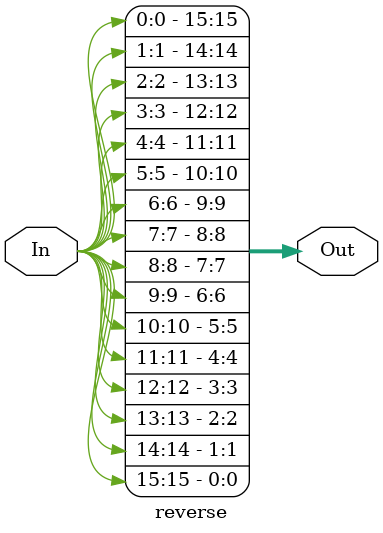
<source format=v>
module reverse (In, Out);
	input[15:0] In;
	output[15:0] Out;

	assign Out[0] = In[15];
	assign Out[1] = In[14];
	assign Out[2] = In[13];
	assign Out[3] = In[12];
	assign Out[4] = In[11];
	assign Out[5] = In[10];
	assign Out[6] = In[9];
	assign Out[7] = In[8];
	assign Out[8] = In[7];
	assign Out[9] = In[6];
	assign Out[10] = In[5];
	assign Out[11] = In[4];
	assign Out[12] = In[3];
	assign Out[13] = In[2];
	assign Out[14] = In[1];
	assign Out[15] = In[0];
endmodule

</source>
